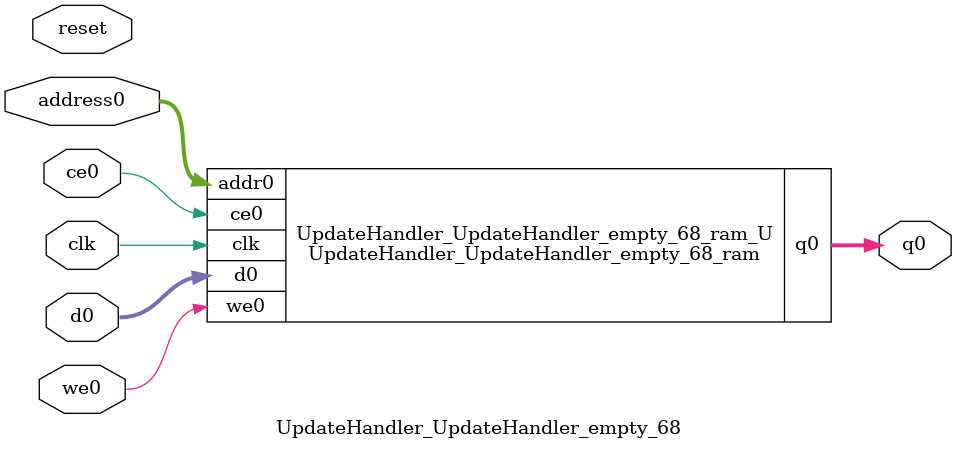
<source format=v>
`timescale 1 ns / 1 ps
module UpdateHandler_UpdateHandler_empty_68_ram (addr0, ce0, d0, we0, q0,  clk);

parameter DWIDTH = 32;
parameter AWIDTH = 8;
parameter MEM_SIZE = 256;

input[AWIDTH-1:0] addr0;
input ce0;
input[DWIDTH-1:0] d0;
input we0;
output wire[DWIDTH-1:0] q0;
input clk;

(* ram_style = "block" *)reg [DWIDTH-1:0] ram[0:MEM_SIZE-1];
wire [AWIDTH-1:0] addr0_t0; 
reg [AWIDTH-1:0] addr0_t1; 
wire [DWIDTH-1:0] d0_t0; 
wire we0_t0; 
reg [DWIDTH-1:0] d0_t1; 
reg we0_t1; 
reg [DWIDTH-1:0] q0_t0;
reg [DWIDTH-1:0] q0_t1;
reg [DWIDTH-1:0] q0_t2;


assign addr0_t0 = addr0;
assign d0_t0 = d0;
assign we0_t0 = we0;
assign q0 = q0_t2;

always @(posedge clk)  
begin
    if (ce0) 
    begin
        addr0_t1 <= addr0_t0; 
        d0_t1 <= d0_t0;
        we0_t1 <= we0_t0;
        q0_t1 <= q0_t0;
        q0_t2 <= q0_t1;
    end
end


always @(posedge clk)  
begin 
    if (ce0) begin
        if (we0_t1) 
            ram[addr0_t1] <= d0_t1; 
        q0_t0 <= ram[addr0_t1];
    end
end


endmodule

`timescale 1 ns / 1 ps
module UpdateHandler_UpdateHandler_empty_68(
    reset,
    clk,
    address0,
    ce0,
    we0,
    d0,
    q0);

parameter DataWidth = 32'd32;
parameter AddressRange = 32'd256;
parameter AddressWidth = 32'd8;
input reset;
input clk;
input[AddressWidth - 1:0] address0;
input ce0;
input we0;
input[DataWidth - 1:0] d0;
output[DataWidth - 1:0] q0;



UpdateHandler_UpdateHandler_empty_68_ram UpdateHandler_UpdateHandler_empty_68_ram_U(
    .clk( clk ),
    .addr0( address0 ),
    .ce0( ce0 ),
    .we0( we0 ),
    .d0( d0 ),
    .q0( q0 ));

endmodule


</source>
